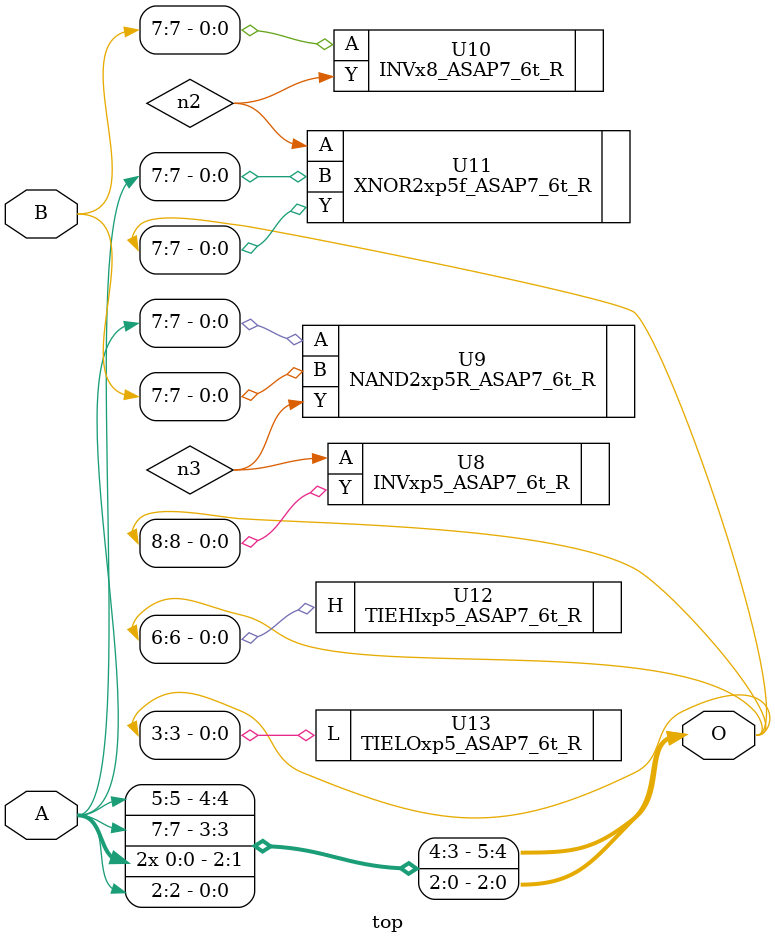
<source format=v>


module top ( A, B, O );
  input [7:0] A;
  input [7:0] B;
  output [8:0] O;
  wire   n2, n3;
  assign O[5] = A[5];
  assign O[4] = A[7];
  assign O[1] = A[0];
  assign O[2] = A[0];
  assign O[0] = A[2];

  INVxp5_ASAP7_6t_R U8 ( .A(n3), .Y(O[8]) );
  NAND2xp5R_ASAP7_6t_R U9 ( .A(A[7]), .B(B[7]), .Y(n3) );
  INVx8_ASAP7_6t_R U10 ( .A(B[7]), .Y(n2) );
  XNOR2xp5f_ASAP7_6t_R U11 ( .A(n2), .B(A[7]), .Y(O[7]) );
  TIEHIxp5_ASAP7_6t_R U12 ( .H(O[6]) );
  TIELOxp5_ASAP7_6t_R U13 ( .L(O[3]) );
endmodule


</source>
